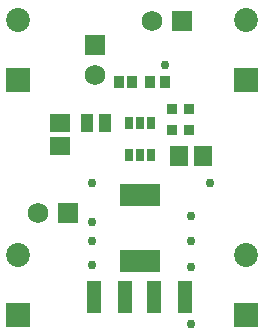
<source format=gts>
G04*
G04 #@! TF.GenerationSoftware,Altium Limited,Altium Designer,20.1.14 (287)*
G04*
G04 Layer_Color=8388736*
%FSLAX25Y25*%
%MOIN*%
G70*
G04*
G04 #@! TF.SameCoordinates,58FA20B0-04EF-4904-8C8B-07311CCFBB01*
G04*
G04*
G04 #@! TF.FilePolarity,Negative*
G04*
G01*
G75*
G04:AMPARAMS|DCode=15|XSize=43.31mil|YSize=23.62mil|CornerRadius=2.01mil|HoleSize=0mil|Usage=FLASHONLY|Rotation=90.000|XOffset=0mil|YOffset=0mil|HoleType=Round|Shape=RoundedRectangle|*
%AMROUNDEDRECTD15*
21,1,0.04331,0.01961,0,0,90.0*
21,1,0.03929,0.02362,0,0,90.0*
1,1,0.00402,0.00980,0.01965*
1,1,0.00402,0.00980,-0.01965*
1,1,0.00402,-0.00980,-0.01965*
1,1,0.00402,-0.00980,0.01965*
%
%ADD15ROUNDEDRECTD15*%
%ADD17R,0.13386X0.07284*%
%ADD22R,0.05906X0.06693*%
%ADD23R,0.03347X0.03347*%
%ADD24R,0.04921X0.10827*%
%ADD25R,0.06693X0.05906*%
%ADD26R,0.04331X0.05906*%
%ADD27R,0.03347X0.03937*%
%ADD28R,0.03740X0.04331*%
%ADD29C,0.07956*%
%ADD30R,0.07956X0.07956*%
%ADD31R,0.06890X0.06890*%
%ADD32C,0.06890*%
%ADD33R,0.06890X0.06890*%
%ADD34C,0.02953*%
D15*
X147760Y457815D02*
D03*
X151500D02*
D03*
X155240D02*
D03*
Y447185D02*
D03*
X151500D02*
D03*
X147760D02*
D03*
D17*
X151500Y433850D02*
D03*
Y412000D02*
D03*
D22*
X172437Y447000D02*
D03*
X164563D02*
D03*
D23*
X167756Y462500D02*
D03*
X162244D02*
D03*
X167756Y455500D02*
D03*
X162244D02*
D03*
D24*
X136382Y400000D02*
D03*
X146618D02*
D03*
X166618D02*
D03*
X156382D02*
D03*
D25*
X125000Y450063D02*
D03*
Y457937D02*
D03*
D26*
X140051Y458000D02*
D03*
X133949D02*
D03*
D27*
X149028Y471500D02*
D03*
X144500D02*
D03*
D28*
X160059D02*
D03*
X154941D02*
D03*
D29*
X186984Y492283D02*
D03*
X111000D02*
D03*
X186984Y414000D02*
D03*
X111000D02*
D03*
D30*
X186984Y472284D02*
D03*
X111000D02*
D03*
X186984Y394000D02*
D03*
X111000D02*
D03*
D31*
X127500Y428000D02*
D03*
X165500Y492000D02*
D03*
D32*
X117500Y428000D02*
D03*
X155500Y492000D02*
D03*
X136500Y474000D02*
D03*
D33*
Y484000D02*
D03*
D34*
X160079Y477087D02*
D03*
X174870Y438000D02*
D03*
X135500D02*
D03*
Y410500D02*
D03*
Y418500D02*
D03*
Y425000D02*
D03*
X168500Y391000D02*
D03*
Y410000D02*
D03*
Y418500D02*
D03*
Y427000D02*
D03*
M02*

</source>
